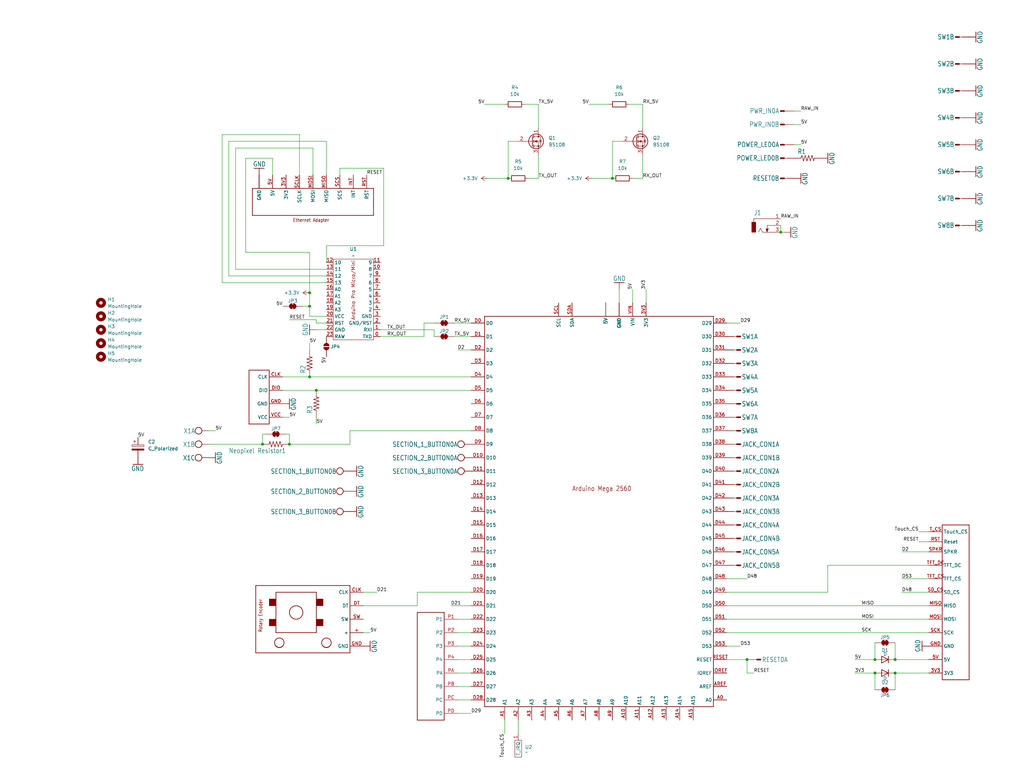
<source format=kicad_sch>
(kicad_sch (version 20231120) (generator "eeschema") (generator_version "8.0")
  (paper "User" 386.486 292.024)
  (junction (at 109.22 167.64))
  (junction (at 116.84 142.24))
  (junction (at 294.64 87.63))
  (junction (at 337.82 254))
  (junction (at 330.2 248.92))
  (junction (at 281.94 248.92))
  (junction (at 119.38 147.32))
  (junction (at 116.84 115.57))
  (junction (at 116.84 110.49))
  (junction (at 231.14 67.31))
  (junction (at 337.82 248.92))
  (junction (at 99.06 167.64))
  (junction (at 191.77 67.31))
  (junction (at 330.2 254))
  (wire (pts (xy 86.36 53.34) (xy 86.36 104.14)))
  (wire (pts (xy 100.33 163.83) (xy 99.06 163.83)))
  (wire (pts (xy 172.72 269.24) (xy 177.8 269.24)) (stroke (width 0.1524)))
  (wire (pts (xy 119.38 120.65) (xy 119.38 121.92)))
  (wire (pts (xy 238.76 114.3) (xy 238.76 109.22)) (stroke (width 0.1524)))
  (wire (pts (xy 137.16 238.76) (xy 139.7 238.76)) (stroke (width 0.1524)))
  (wire (pts (xy 160.02 121.92) (xy 163.83 121.92)))
  (wire (pts (xy 116.84 142.24) (xy 177.8 142.24)) (stroke (width 0.1524)))
  (wire (pts (xy 191.77 53.34) (xy 191.77 67.31)))
  (wire (pts (xy 350.52 218.44) (xy 340.36 218.44)) (stroke (width 0.1524)))
  (wire (pts (xy 274.32 228.6) (xy 350.52 228.6)) (stroke (width 0.1524)))
  (wire (pts (xy 346.71 200.66) (xy 350.52 200.66)))
  (wire (pts (xy 144.78 63.5) (xy 128.27 63.5)))
  (wire (pts (xy 88.9 101.6) (xy 88.9 55.88)))
  (wire (pts (xy 198.12 39.37) (xy 203.2 39.37)))
  (wire (pts (xy 137.16 223.52) (xy 142.24 223.52)) (stroke (width 0.1524)))
  (wire (pts (xy 143.51 124.46) (xy 163.83 124.46)))
  (wire (pts (xy 337.82 248.92) (xy 350.52 248.92)))
  (wire (pts (xy 99.06 163.83) (xy 99.06 167.64)))
  (wire (pts (xy 102.87 59.69) (xy 102.87 66.04)))
  (wire (pts (xy 119.38 121.92) (xy 123.19 121.92)))
  (wire (pts (xy 238.76 67.31) (xy 242.57 67.31)))
  (wire (pts (xy 144.78 92.71) (xy 144.78 63.5)))
  (wire (pts (xy 78.74 162.56) (xy 81.28 162.56)) (stroke (width 0.1524)))
  (wire (pts (xy 92.71 59.69) (xy 92.71 95.25)))
  (wire (pts (xy 346.71 204.47) (xy 350.52 204.47)))
  (wire (pts (xy 123.19 99.06) (xy 123.19 92.71)))
  (wire (pts (xy 350.52 208.28) (xy 340.36 208.28)) (stroke (width 0.1524)))
  (wire (pts (xy 86.36 104.14) (xy 123.19 104.14)))
  (wire (pts (xy 203.2 39.37) (xy 203.2 48.26)))
  (wire (pts (xy 274.32 121.92) (xy 279.4 121.92)) (stroke (width 0.1524)))
  (wire (pts (xy 203.2 58.42) (xy 203.2 67.31)))
  (wire (pts (xy 172.72 238.76) (xy 177.8 238.76)) (stroke (width 0.1524)))
  (wire (pts (xy 337.82 242.57) (xy 337.82 248.92)))
  (wire (pts (xy 322.58 248.92) (xy 330.2 248.92)) (stroke (width 0.1524)))
  (wire (pts (xy 128.27 63.5) (xy 128.27 66.04)))
  (wire (pts (xy 299.72 41.91) (xy 302.26 41.91)) (stroke (width 0.1524)))
  (wire (pts (xy 88.9 55.88) (xy 118.11 55.88)))
  (wire (pts (xy 123.19 53.34) (xy 86.36 53.34)))
  (wire (pts (xy 157.48 223.52) (xy 177.8 223.52)) (stroke (width 0.1524)))
  (wire (pts (xy 274.32 223.52) (xy 312.42 223.52)) (stroke (width 0.1524)))
  (wire (pts (xy 92.71 95.25) (xy 116.84 95.25)))
  (wire (pts (xy 119.38 124.46) (xy 123.19 124.46)))
  (wire (pts (xy 281.94 248.92) (xy 274.32 248.92)) (stroke (width 0.1524)))
  (wire (pts (xy 172.72 248.92) (xy 177.8 248.92)) (stroke (width 0.1524)))
  (wire (pts (xy 172.72 254) (xy 177.8 254)) (stroke (width 0.1524)))
  (wire (pts (xy 157.48 228.6) (xy 157.48 223.52)) (stroke (width 0.1524)))
  (wire (pts (xy 106.68 157.48) (xy 109.22 157.48)) (stroke (width 0.1524)))
  (wire (pts (xy 299.72 46.99) (xy 302.26 46.99)) (stroke (width 0.1524)))
  (wire (pts (xy 274.32 218.44) (xy 281.94 218.44)) (stroke (width 0.1524)))
  (wire (pts (xy 350.52 223.52) (xy 340.36 223.52)) (stroke (width 0.1524)))
  (wire (pts (xy 299.72 54.61) (xy 302.26 54.61)) (stroke (width 0.1524)))
  (wire (pts (xy 184.15 67.31) (xy 191.77 67.31)))
  (wire (pts (xy 109.22 167.64) (xy 132.08 167.64)))
  (wire (pts (xy 132.08 162.56) (xy 177.8 162.56)) (stroke (width 0.1524)))
  (wire (pts (xy 312.42 213.36) (xy 350.52 213.36)) (stroke (width 0.1524)))
  (wire (pts (xy 109.22 167.64) (xy 109.22 163.83)))
  (wire (pts (xy 163.83 127) (xy 163.83 124.46)))
  (wire (pts (xy 114.3 115.57) (xy 116.84 115.57)))
  (wire (pts (xy 294.64 85.09) (xy 294.64 87.63)))
  (wire (pts (xy 137.16 228.6) (xy 157.48 228.6)) (stroke (width 0.1524)))
  (wire (pts (xy 102.87 59.69) (xy 92.71 59.69)))
  (wire (pts (xy 237.49 39.37) (xy 242.57 39.37)))
  (wire (pts (xy 171.45 121.92) (xy 177.8 121.92)))
  (wire (pts (xy 119.38 157.48) (xy 119.38 160.02)) (stroke (width 0.1524)))
  (wire (pts (xy 172.72 264.16) (xy 177.8 264.16)) (stroke (width 0.1524)))
  (wire (pts (xy 143.51 127) (xy 160.02 127)))
  (wire (pts (xy 78.74 167.64) (xy 99.06 167.64)))
  (wire (pts (xy 199.39 67.31) (xy 203.2 67.31)))
  (wire (pts (xy 116.84 119.38) (xy 116.84 115.57)))
  (wire (pts (xy 116.84 110.49) (xy 116.84 115.57)))
  (wire (pts (xy 242.57 58.42) (xy 242.57 67.31)))
  (wire (pts (xy 123.19 92.71) (xy 144.78 92.71)))
  (wire (pts (xy 83.82 106.68) (xy 83.82 50.8)))
  (wire (pts (xy 172.72 259.08) (xy 177.8 259.08)) (stroke (width 0.1524)))
  (wire (pts (xy 243.84 114.3) (xy 243.84 109.22)) (stroke (width 0.1524)))
  (wire (pts (xy 337.82 254) (xy 337.82 260.35)))
  (wire (pts (xy 106.68 147.32) (xy 119.38 147.32)) (stroke (width 0.1524)))
  (wire (pts (xy 160.02 127) (xy 160.02 121.92)))
  (wire (pts (xy 172.72 233.68) (xy 177.8 233.68)) (stroke (width 0.1524)))
  (wire (pts (xy 234.95 53.34) (xy 231.14 53.34)))
  (wire (pts (xy 190.5 276.86) (xy 190.5 271.78)))
  (wire (pts (xy 274.32 238.76) (xy 350.52 238.76)) (stroke (width 0.1524)))
  (wire (pts (xy 195.58 53.34) (xy 191.77 53.34)))
  (wire (pts (xy 132.08 167.64) (xy 132.08 162.56)) (stroke (width 0.1524)))
  (wire (pts (xy 109.22 120.65) (xy 119.38 120.65)))
  (wire (pts (xy 330.2 254) (xy 330.2 260.35)))
  (wire (pts (xy 172.72 243.84) (xy 177.8 243.84)) (stroke (width 0.1524)))
  (wire (pts (xy 274.32 243.84) (xy 279.4 243.84)) (stroke (width 0.1524)))
  (wire (pts (xy 123.19 119.38) (xy 116.84 119.38)))
  (wire (pts (xy 222.25 39.37) (xy 229.87 39.37)))
  (wire (pts (xy 281.94 248.92) (xy 281.94 254)) (stroke (width 0.1524)))
  (wire (pts (xy 116.84 132.08) (xy 116.84 129.54)) (stroke (width 0.1524)))
  (wire (pts (xy 106.68 142.24) (xy 116.84 142.24)) (stroke (width 0.1524)))
  (wire (pts (xy 123.19 66.04) (xy 123.19 53.34)))
  (wire (pts (xy 123.19 106.68) (xy 83.82 106.68)))
  (wire (pts (xy 119.38 147.32) (xy 177.8 147.32)) (stroke (width 0.1524)))
  (wire (pts (xy 171.45 127) (xy 177.8 127)))
  (wire (pts (xy 116.84 95.25) (xy 116.84 110.49)))
  (wire (pts (xy 118.11 55.88) (xy 118.11 66.04)))
  (wire (pts (xy 330.2 242.57) (xy 330.2 248.92)))
  (wire (pts (xy 195.58 276.86) (xy 195.58 271.78)))
  (wire (pts (xy 123.19 101.6) (xy 88.9 101.6)))
  (wire (pts (xy 177.8 228.6) (xy 170.18 228.6)) (stroke (width 0.1524)))
  (wire (pts (xy 242.57 39.37) (xy 242.57 48.26)))
  (wire (pts (xy 274.32 233.68) (xy 350.52 233.68)) (stroke (width 0.1524)))
  (wire (pts (xy 231.14 53.34) (xy 231.14 67.31)))
  (wire (pts (xy 113.03 50.8) (xy 113.03 66.04)))
  (wire (pts (xy 281.94 254) (xy 284.48 254)) (stroke (width 0.1524)))
  (wire (pts (xy 177.8 132.08) (xy 172.72 132.08)) (stroke (width 0.1524)))
  (wire (pts (xy 109.22 163.83) (xy 107.95 163.83)))
  (wire (pts (xy 83.82 50.8) (xy 113.03 50.8)))
  (wire (pts (xy 337.82 254) (xy 350.52 254)))
  (wire (pts (xy 233.68 109.22) (xy 233.68 114.3)) (stroke (width 0.1524)))
  (wire (pts (xy 312.42 223.52) (xy 312.42 213.36)) (stroke (width 0.1524)))
  (wire (pts (xy 223.52 67.31) (xy 231.14 67.31)))
  (wire (pts (xy 330.2 254) (xy 322.58 254)) (stroke (width 0.1524)))
  (wire (pts (xy 295.91 87.63) (xy 294.64 87.63)))
  (wire (pts (xy 182.88 39.37) (xy 190.5 39.37)))
  (label "D29" (at 279.4 121.92 0) (effects (font (size 1.2446 1.2446))))
  (label "RESET" (at 346.71 204.47 180) (effects (font (size 1.2446 1.2446))))
  (label "5V" (at 139.7 238.76 0) (effects (font (size 1.2446 1.2446))))
  (label "3V3" (at 322.58 254 0) (effects (font (size 1.2446 1.2446))))
  (label "Touch_CS" (at 346.71 200.66 180))
  (label "RAW_IN" (at 302.26 41.91 0) (effects (font (size 1.2446 1.2446))))
  (label "MISO" (at 325.12 228.6 0) (effects (font (size 1.2446 1.2446))))
  (label "5V" (at 106.68 115.57 180) (effects (font (size 1.2446 1.2446))))
  (label "RX_OUT" (at 146.05 127 0))
  (label "D2" (at 172.72 132.08 0) (effects (font (size 1.2446 1.2446))))
  (label "RX_5V" (at 242.57 39.37 0))
  (label "D48" (at 340.36 223.52 0) (effects (font (size 1.2446 1.2446))))
  (label "D29" (at 177.8 269.24 0) (effects (font (size 1.2446 1.2446))))
  (label "5V" (at 222.25 39.37 180) (effects (font (size 1.2446 1.2446))))
  (label "RESET" (at 138.43 66.04 0) (effects (font (size 1.2446 1.2446))))
  (label "Touch_CS" (at 190.5 276.86 270))
  (label "RX_OUT" (at 242.57 67.31 0))
  (label "RAW_IN" (at 294.64 82.55 0) (effects (font (size 1.2446 1.2446))))
  (label "5V" (at 109.22 157.48 0) (effects (font (size 1.2446 1.2446))))
  (label "RESET" (at 109.22 120.65 0) (effects (font (size 1.2446 1.2446))))
  (label "D53" (at 279.4 243.84 0) (effects (font (size 1.2446 1.2446))))
  (label "5V" (at 322.58 248.92 0) (effects (font (size 1.2446 1.2446))))
  (label "D21" (at 142.24 223.52 0) (effects (font (size 1.2446 1.2446))))
  (label "TX_OUT" (at 203.2 67.31 0))
  (label "D53" (at 340.36 218.44 0) (effects (font (size 1.2446 1.2446))))
  (label "D21" (at 170.18 228.6 0) (effects (font (size 1.2446 1.2446))))
  (label "D48" (at 281.94 218.44 0) (effects (font (size 1.2446 1.2446))))
  (label "TX_5V" (at 203.2 39.37 0))
  (label "3V3" (at 243.84 109.22 90) (effects (font (size 1.2446 1.2446))))
  (label "5V" (at 302.26 54.61 0) (effects (font (size 1.2446 1.2446))))
  (label "5V" (at 119.38 160.02 0) (effects (font (size 1.2446 1.2446))))
  (label "D2" (at 340.36 208.28 0) (effects (font (size 1.2446 1.2446))))
  (label "RX_5V" (at 171.45 121.92 0))
  (label "5V" (at 52.07 165.1 0) (effects (font (size 1.2446 1.2446))))
  (label "5V" (at 116.84 129.54 0) (effects (font (size 1.2446 1.2446))))
  (label "5V" (at 182.88 39.37 180) (effects (font (size 1.2446 1.2446))))
  (label "5V" (at 238.76 109.22 90) (effects (font (size 1.2446 1.2446))))
  (label "TX_OUT" (at 146.05 124.46 0))
  (label "5V" (at 123.19 134.62 270) (effects (font (size 1.2446 1.2446))))
  (label "RESET" (at 284.48 254 0) (effects (font (size 1.2446 1.2446))))
  (label "SCK" (at 325.12 238.76 0) (effects (font (size 1.2446 1.2446))))
  (label "5V" (at 81.28 162.56 0) (effects (font (size 1.2446 1.2446))))
  (label "TX_5V" (at 171.45 127 0))
  (label "MOSI" (at 325.12 233.68 0) (effects (font (size 1.2446 1.2446))))
  (label "5V" (at 302.26 46.99 0) (effects (font (size 1.2446 1.2446))))
  (symbol (lib_id "Jumper:SolderJumper_2_Bridged") (at 110.49 115.57 0) (unit 1) (exclude_from_sim yes) (in_bom no)
    (property "Reference" "JP3" (at 110.49 113.538 0))
    (property "Value" "SolderJumper_2_Bridged" (effects (hide yes)))
    (property "Footprint" "Jumper:SolderJumper-2_P1.3mm_Bridged_RoundedPad1.0x1.5mm" (effects (hide yes)))
    (property "Description" "Solder Jumper, 2-pole, closed/bridged" (effects (hide yes)))
  )
  (symbol (lib_id "main-eagle-import:L02P") (at 279.4 137.16 180) (unit 1)
    (property "Reference" "SW3" (at 279.908 138.176 0) (effects (font (size 1.778 1.5113)) (justify right top)))
    (property "Value" "L02P" (effects (hide yes)))
    (property "Footprint" "Connector_JST:JST_EH_B2B-EH-A_1x02_P2.50mm_Vertical" (effects (hide yes)))
  )
  (symbol (lib_id "main-eagle-import:L02P") (at 279.4 208.28 180) (unit 1)
    (property "Reference" "JACK_CON5" (at 279.908 209.296 0) (effects (font (size 1.778 1.5113)) (justify right top)))
    (property "Value" "L02P" (effects (hide yes)))
    (property "Footprint" "Connector_JST:JST_EH_B2B-EH-A_1x02_P2.50mm_Vertical" (effects (hide yes)))
  )
  (symbol (lib_id "main-eagle-import:GND") (at 368.3 13.97 90) (unit 1)
    (property "Reference" "#GND012" (effects (hide yes)))
    (property "Value" "GND" (at 370.84 16.51 0) (effects (font (size 1.778 1.5113)) (justify left bottom)))
  )
  (symbol (lib_id "main-eagle-import:L02P") (at 294.64 46.99 0) (unit 2)
    (property "Reference" "PWR_IN0" (at 294.132 45.974 0) (effects (font (size 1.778 1.5113)) (justify right top)))
    (property "Value" "L02P" (effects (hide yes)))
    (property "Footprint" "Connector_JST:JST_EH_B2B-EH-A_1x02_P2.50mm_Vertical" (effects (hide yes)))
  )
  (symbol (lib_id "main-eagle-import:DCJ0303") (at 287.02 85.09 0) (unit 1)
    (property "Reference" "J1" (at 284.48 81.28 0) (effects (font (size 1.778 1.5113)) (justify left bottom)))
    (property "Value" "DCJ0303" (effects (hide yes)))
    (property "Footprint" "Connector_BarrelJack:BarrelJack_Horizontal" (effects (hide yes)))
  )
  (symbol (lib_id "main-eagle-import:L02P") (at 294.64 59.69 0) (unit 2)
    (property "Reference" "POWER_LED0" (at 294.132 58.674 0) (effects (font (size 1.778 1.5113)) (justify right top)))
    (property "Value" "L02P" (effects (hide yes)))
    (property "Footprint" "Connector_JST:JST_EH_B2B-EH-A_1x02_P2.50mm_Vertical" (effects (hide yes)))
  )
  (symbol (lib_id "Device:R") (at 194.31 39.37 270) (unit 1)
    (property "Reference" "R4" (at 194.31 33.02 90))
    (property "Value" "10k" (at 194.31 35.56 90))
    (property "Footprint" "Resistor_THT:R_Axial_DIN0204_L3.6mm_D1.6mm_P7.62mm_Horizontal" (effects (hide yes)))
    (property "Description" "Resistor" (effects (hide yes)))
  )
  (symbol (lib_id "main-eagle-import:GND") (at 368.3 85.09 90) (unit 1)
    (property "Reference" "#GND05" (effects (hide yes)))
    (property "Value" "GND" (at 370.84 87.63 0) (effects (font (size 1.778 1.5113)) (justify left bottom)))
  )
  (symbol (lib_id "main-eagle-import:L02P") (at 279.4 132.08 180) (unit 1)
    (property "Reference" "SW2" (at 279.908 133.096 0) (effects (font (size 1.778 1.5113)) (justify right top)))
    (property "Value" "L02P" (effects (hide yes)))
    (property "Footprint" "Connector_JST:JST_EH_B2B-EH-A_1x02_P2.50mm_Vertical" (effects (hide yes)))
  )
  (symbol (lib_id "main-eagle-import:L02P") (at 360.68 34.29 0) (unit 2)
    (property "Reference" "SW3" (at 360.172 33.274 0) (effects (font (size 1.778 1.5113)) (justify right top)))
    (property "Value" "L02P" (effects (hide yes)))
    (property "Footprint" "Connector_JST:JST_EH_B2B-EH-A_1x02_P2.50mm_Vertical" (effects (hide yes)))
  )
  (symbol (lib_id "Device:R") (at 233.68 39.37 270) (unit 1)
    (property "Reference" "R6" (at 233.68 33.02 90))
    (property "Value" "10k" (at 233.68 35.56 90))
    (property "Footprint" "Resistor_THT:R_Axial_DIN0204_L3.6mm_D1.6mm_P7.62mm_Horizontal" (effects (hide yes)))
    (property "Description" "Resistor" (effects (hide yes)))
  )
  (symbol (lib_id "main-eagle-import:L02P") (at 279.4 198.12 180) (unit 1)
    (property "Reference" "JACK_CON4" (at 279.908 199.136 0) (effects (font (size 1.778 1.5113)) (justify right top)))
    (property "Value" "L02P" (effects (hide yes)))
    (property "Footprint" "Connector_JST:JST_EH_B2B-EH-A_1x02_P2.50mm_Vertical" (effects (hide yes)))
  )
  (symbol (lib_id "main-eagle-import:L02P") (at 279.4 187.96 180) (unit 1)
    (property "Reference" "JACK_CON3" (at 279.908 188.976 0) (effects (font (size 1.778 1.5113)) (justify right top)))
    (property "Value" "L02P" (effects (hide yes)))
    (property "Footprint" "Connector_JST:JST_EH_B2B-EH-A_1x02_P2.50mm_Vertical" (effects (hide yes)))
  )
  (symbol (lib_id "power:+3.3V") (at 223.52 67.31 90) (unit 1)
    (property "Reference" "#PWR04" (effects (hide yes)))
    (property "Value" "+3.3V" (at 219.71 67.3099 90) (effects (justify left)))
    (property "Description" "Power symbol creates a global label with name \"+3.3V\"" (effects (hide yes)))
  )
  (symbol (lib_id "Device:R") (at 195.58 67.31 270) (unit 1)
    (property "Reference" "R5" (at 195.58 60.96 90))
    (property "Value" "10k" (at 195.58 63.5 90))
    (property "Footprint" "Resistor_THT:R_Axial_DIN0204_L3.6mm_D1.6mm_P7.62mm_Horizontal" (effects (hide yes)))
    (property "Description" "Resistor" (effects (hide yes)))
  )
  (symbol (lib_id "main-eagle-import:GND") (at 302.26 67.31 90) (unit 1)
    (property "Reference" "#GND02" (effects (hide yes)))
    (property "Value" "GND" (at 304.8 69.85 0) (effects (font (size 1.778 1.5113)) (justify left bottom)))
  )
  (symbol (lib_id "main-eagle-import:FLIPFLOP-RES") (at 104.14 167.64 180) (unit 1)
    (property "Reference" "Neopixel Resistor1" (at 107.95 169.1386 0) (effects (font (size 1.778 1.5113)) (justify left bottom)))
    (property "Value" "350 ohm" (effects (hide yes)))
    (property "Footprint" "Resistor_THT:R_Axial_DIN0204_L3.6mm_D1.6mm_P7.62mm_Horizontal" (effects (hide yes)))
  )
  (symbol (lib_id "main-eagle-import:7_SEG_DISPLAY") (at 99.06 149.86 270) (unit 1)
    (property "Reference" "U$2" (effects (hide yes)))
    (property "Value" "7_SEG_DISPLAY" (effects (hide yes)))
    (property "Footprint" "main:7_SEG_DISPLAY" (effects (hide yes)))
  )
  (symbol (lib_id "main-eagle-import:W237-102") (at 172.72 167.64 0) (unit 1)
    (property "Reference" "SECTION_1_BUTTON0" (at 172.72 166.751 0) (effects (font (size 1.778 1.5113)) (justify right top)))
    (property "Value" "W237-102" (effects (hide yes)))
    (property "Footprint" "Connector_JST:JST_EH_B2B-EH-A_1x02_P2.50mm_Vertical" (effects (hide yes)))
  )
  (symbol (lib_id "Subsystem Main Extra Symbols:T_irq") (at 195.58 279.4 270) (unit 1)
    (property "Reference" "U2" (at 198.12 281.9399 90) (effects (justify left)))
    (property "Value" "~" (at 198.12 283.845 90) (effects (justify left)))
    (property "Footprint" "Subsystem Main Extra Symbols:T_IRQ" (effects (hide yes)))
  )
  (symbol (lib_id "main-eagle-import:GND") (at 52.07 175.26 0) (unit 1)
    (property "Reference" "#GND022" (effects (hide yes)))
    (property "Value" "GND" (at 49.53 177.8 0) (effects (font (size 1.778 1.5113)) (justify left bottom)))
  )
  (symbol (lib_id "main-eagle-import:L02P") (at 360.68 74.93 0) (unit 2)
    (property "Reference" "SW7" (at 360.172 73.914 0) (effects (font (size 1.778 1.5113)) (justify right top)))
    (property "Value" "L02P" (effects (hide yes)))
    (property "Footprint" "Connector_JST:JST_EH_B2B-EH-A_1x02_P2.50mm_Vertical" (effects (hide yes)))
  )
  (symbol (lib_id "Jumper:SolderJumper_2_Bridged") (at 334.01 260.35 180) (unit 1) (exclude_from_sim yes) (in_bom no)
    (property "Reference" "JP6" (at 334.01 262.382 0))
    (property "Value" "SolderJumper_2_Bridged" (effects (hide yes)))
    (property "Footprint" "Jumper:SolderJumper-2_P1.3mm_Bridged_RoundedPad1.0x1.5mm" (effects (hide yes)))
    (property "Description" "Solder Jumper, 2-pole, closed/bridged" (effects (hide yes)))
  )
  (symbol (lib_id "main-eagle-import:W237-102") (at 172.72 172.72 0) (unit 1)
    (property "Reference" "SECTION_2_BUTTON0" (at 172.72 171.831 0) (effects (font (size 1.778 1.5113)) (justify right top)))
    (property "Value" "W237-102" (effects (hide yes)))
    (property "Footprint" "Connector_JST:JST_EH_B2B-EH-A_1x02_P2.50mm_Vertical" (effects (hide yes)))
  )
  (symbol (lib_id "main-eagle-import:ETHERNET_ADAPTER") (at 118.11 76.2 0) (unit 1)
    (property "Reference" "11" (effects (hide yes)))
    (property "Footprint" "main:ETHERNET_ADAPTER" (effects (hide yes)))
  )
  (symbol (lib_id "main-eagle-import:L02P") (at 279.4 167.64 180) (unit 1)
    (property "Reference" "JACK_CON1" (at 279.908 168.656 0) (effects (font (size 1.778 1.5113)) (justify right top)))
    (property "Value" "L02P" (effects (hide yes)))
    (property "Footprint" "Connector_JST:JST_EH_B2B-EH-A_1x02_P2.50mm_Vertical" (effects (hide yes)))
  )
  (symbol (lib_id "main-eagle-import:L02P") (at 360.68 44.45 0) (unit 2)
    (property "Reference" "SW4" (at 360.172 43.434 0) (effects (font (size 1.778 1.5113)) (justify right top)))
    (property "Value" "L02P" (effects (hide yes)))
    (property "Footprint" "Connector_JST:JST_EH_B2B-EH-A_1x02_P2.50mm_Vertical" (effects (hide yes)))
  )
  (symbol (lib_id "Jumper:SolderJumper_2_Bridged") (at 334.01 242.57 0) (unit 1) (exclude_from_sim yes) (in_bom no)
    (property "Reference" "JP5" (at 334.01 240.538 0))
    (property "Value" "SolderJumper_2_Bridged" (effects (hide yes)))
    (property "Footprint" "Jumper:SolderJumper-2_P1.3mm_Bridged_RoundedPad1.0x1.5mm" (effects (hide yes)))
    (property "Description" "Solder Jumper, 2-pole, closed/bridged" (effects (hide yes)))
  )
  (symbol (lib_id "Subsystem Main Extra Symbols:Arduino_pro_Micro/Mini") (at 133.35 113.03 180) (unit 1)
    (property "Reference" "U1" (at 133.35 93.98 0))
    (property "Value" "~" (at 133.35 96.52 0))
    (property "Footprint" "Subsystem Main Extra Symbols:Arduino Pro Micro (Mini)" (effects (hide yes)))
  )
  (symbol (lib_id "main-eagle-import:GND") (at 116.84 124.46 270) (unit 1)
    (property "Reference" "#GND020" (effects (hide yes)))
    (property "Value" "GND" (at 114.3 121.92 0) (effects (font (size 1.778 1.5113)) (justify left bottom)))
  )
  (symbol (lib_id "Transistor_FET:BS108") (at 200.66 53.34 0) (unit 1)
    (property "Reference" "Q1" (at 207.01 52.0699 0) (effects (justify left)))
    (property "Value" "BS108" (at 207.01 54.6099 0) (effects (justify left)))
    (property "Footprint" "Package_TO_SOT_THT:TO-92_Inline" (effects (hide yes)))
    (property "Datasheet" "http://www.redrok.com/MOSFET_BS108_200V_250mA_8O_Vth1.5_TO-92.PDF" (effects (hide yes)))
    (property "Description" "0.25A Id, 200V Vds, N-Channel MOSFET, TO-92" (effects (hide yes)))
  )
  (symbol (lib_id "Transistor_FET:BS108") (at 240.03 53.34 0) (unit 1)
    (property "Reference" "Q2" (at 246.38 52.0699 0) (effects (justify left)))
    (property "Value" "BS108" (at 246.38 54.6099 0) (effects (justify left)))
    (property "Footprint" "Package_TO_SOT_THT:TO-92_Inline" (effects (hide yes)))
    (property "Datasheet" "http://www.redrok.com/MOSFET_BS108_200V_250mA_8O_Vth1.5_TO-92.PDF" (effects (hide yes)))
    (property "Description" "0.25A Id, 200V Vds, N-Channel MOSFET, TO-92" (effects (hide yes)))
  )
  (symbol (lib_id "main-eagle-import:GND") (at 298.45 87.63 90) (unit 1)
    (property "Reference" "#GND04" (effects (hide yes)))
    (property "Value" "GND" (at 300.99 90.17 0) (effects (font (size 1.778 1.5113)) (justify left bottom)))
  )
  (symbol (lib_id "main-eagle-import:L02P") (at 279.4 203.2 180) (unit 2)
    (property "Reference" "JACK_CON4" (at 279.908 204.216 0) (effects (font (size 1.778 1.5113)) (justify right top)))
    (property "Value" "L02P" (effects (hide yes)))
    (property "Footprint" "Connector_JST:JST_EH_B2B-EH-A_1x02_P2.50mm_Vertical" (effects (hide yes)))
  )
  (symbol (lib_id "main-eagle-import:GND") (at 134.62 177.8 90) (unit 1)
    (property "Reference" "#GND017" (effects (hide yes)))
    (property "Value" "GND" (at 137.16 180.34 0) (effects (font (size 1.778 1.5113)) (justify left bottom)))
  )
  (symbol (lib_id "main-eagle-import:L02P") (at 294.64 67.31 0) (unit 2)
    (property "Reference" "RESET0" (at 294.132 66.294 0) (effects (font (size 1.778 1.5113)) (justify right top)))
    (property "Value" "L02P" (effects (hide yes)))
    (property "Footprint" "Connector_JST:JST_EH_B2B-EH-A_1x02_P2.50mm_Vertical" (effects (hide yes)))
  )
  (symbol (lib_id "main-eagle-import:GND") (at 368.3 24.13 90) (unit 1)
    (property "Reference" "#GND011" (effects (hide yes)))
    (property "Value" "GND" (at 370.84 26.67 0) (effects (font (size 1.778 1.5113)) (justify left bottom)))
  )
  (symbol (lib_id "main-eagle-import:ROTARY_ENCODER") (at 114.3 233.68 270) (unit 1)
    (property "Reference" "U$5" (effects (hide yes)))
    (property "Value" "ROTARY_ENCODER" (effects (hide yes)))
    (property "Footprint" "main:ROTARY_ENCODER" (effects (hide yes)))
  )
  (symbol (lib_id "main-eagle-import:FLIPFLOP-RES") (at 119.38 152.4 90) (unit 1)
    (property "Reference" "R3" (at 117.8814 156.21 0) (effects (font (size 1.778 1.5113)) (justify left bottom)))
    (property "Value" "10k" (effects (hide yes)))
    (property "Footprint" "Resistor_THT:R_Axial_DIN0204_L3.6mm_D1.6mm_P7.62mm_Horizontal" (effects (hide yes)))
  )
  (symbol (lib_id "main-eagle-import:FLIPFLOP-RES") (at 304.8 59.69 0) (unit 1)
    (property "Reference" "R1" (at 300.99 58.1914 0) (effects (font (size 1.778 1.5113)) (justify left bottom)))
    (property "Value" "220 ohm" (effects (hide yes)))
    (property "Footprint" "Resistor_THT:R_Axial_DIN0204_L3.6mm_D1.6mm_P7.62mm_Horizontal" (effects (hide yes)))
  )
  (symbol (lib_id "main-eagle-import:L02P") (at 360.68 85.09 0) (unit 2)
    (property "Reference" "SW8" (at 360.172 84.074 0) (effects (font (size 1.778 1.5113)) (justify right top)))
    (property "Value" "L02P" (effects (hide yes)))
    (property "Footprint" "Connector_JST:JST_EH_B2B-EH-A_1x02_P2.50mm_Vertical" (effects (hide yes)))
  )
  (symbol (lib_id "main-eagle-import:L02P") (at 279.4 147.32 180) (unit 1)
    (property "Reference" "SW5" (at 279.908 148.336 0) (effects (font (size 1.778 1.5113)) (justify right top)))
    (property "Value" "L02P" (effects (hide yes)))
    (property "Footprint" "Connector_JST:JST_EH_B2B-EH-A_1x02_P2.50mm_Vertical" (effects (hide yes)))
  )
  (symbol (lib_id "Subsystem Main Extra Symbols:SPI_HEADER_WITH_RESET") (at 360.68 226.06 90) (unit 1)
    (property "Reference" "C1" (effects (hide yes)))
    (property "Footprint" "Subsystem Main Extra Symbols:SPI_HEADER_RIBBON_CONNECTOR_V2" (effects (hide yes)))
  )
  (symbol (lib_id "main-eagle-import:L02P") (at 279.4 182.88 180) (unit 2)
    (property "Reference" "JACK_CON2" (at 279.908 183.896 0) (effects (font (size 1.778 1.5113)) (justify right top)))
    (property "Value" "L02P" (effects (hide yes)))
    (property "Footprint" "Connector_JST:JST_EH_B2B-EH-A_1x02_P2.50mm_Vertical" (effects (hide yes)))
  )
  (symbol (lib_id "Device:C_Polarized") (at 52.07 168.91 0) (unit 1)
    (property "Reference" "C2" (at 55.88 166.7509 0) (effects (justify left)))
    (property "Value" "C_Polarized" (at 55.88 169.2909 0) (effects (justify left)))
    (property "Footprint" "Capacitor_THT:CP_Radial_D10.0mm_P2.50mm_P5.00mm" (effects (hide yes)))
    (property "Description" "Polarized capacitor" (effects (hide yes)))
  )
  (symbol (lib_id "power:+3.3V") (at 184.15 67.31 90) (unit 1)
    (property "Reference" "#PWR02" (effects (hide yes)))
    (property "Value" "+3.3V" (at 180.34 67.3099 90) (effects (justify left)))
    (property "Description" "Power symbol creates a global label with name \"+3.3V\"" (effects (hide yes)))
  )
  (symbol (lib_id "main-eagle-import:W237-103") (at 73.66 162.56 0) (unit 1)
    (property "Reference" "X1" (at 73.66 161.671 0) (effects (font (size 1.778 1.5113)) (justify right top)))
    (property "Value" "W237-103" (effects (hide yes)))
    (property "Footprint" "TerminalBlock:TerminalBlock_bornier-3_P5.08mm" (effects (hide yes)))
  )
  (symbol (lib_id "main-eagle-import:GND") (at 347.98 243.84 270) (unit 1)
    (property "Reference" "#GND014" (effects (hide yes)))
    (property "Value" "GND" (at 345.44 241.3 0) (effects (font (size 1.778 1.5113)) (justify left bottom)))
  )
  (symbol (lib_id "main-eagle-import:L02P") (at 279.4 157.48 180) (unit 1)
    (property "Reference" "SW7" (at 279.908 158.496 0) (effects (font (size 1.778 1.5113)) (justify right top)))
    (property "Value" "L02P" (effects (hide yes)))
    (property "Footprint" "Connector_JST:JST_EH_B2B-EH-A_1x02_P2.50mm_Vertical" (effects (hide yes)))
  )
  (symbol (lib_id "main-eagle-import:L02P") (at 360.68 64.77 0) (unit 2)
    (property "Reference" "SW6" (at 360.172 63.754 0) (effects (font (size 1.778 1.5113)) (justify right top)))
    (property "Value" "L02P" (effects (hide yes)))
    (property "Footprint" "Connector_JST:JST_EH_B2B-EH-A_1x02_P2.50mm_Vertical" (effects (hide yes)))
  )
  (symbol (lib_id "main-eagle-import:GND") (at 233.68 106.68 180) (unit 1)
    (property "Reference" "#GND01" (effects (hide yes)))
    (property "Value" "GND" (at 236.22 104.14 0) (effects (font (size 1.778 1.5113)) (justify left bottom)))
  )
  (symbol (lib_id "main-eagle-import:W237-102") (at 127 177.8 0) (unit 2)
    (property "Reference" "SECTION_1_BUTTON0" (at 127 176.911 0) (effects (font (size 1.778 1.5113)) (justify right top)))
    (property "Value" "W237-102" (effects (hide yes)))
    (property "Footprint" "Connector_JST:JST_EH_B2B-EH-A_1x02_P2.50mm_Vertical" (effects (hide yes)))
  )
  (symbol (lib_id "Device:D") (at 334.01 254 180) (unit 1)
    (property "Reference" "D2" (at 334.01 257.556 0))
    (property "Value" "D" (at 334.01 256.032 0))
    (property "Footprint" "Diode_THT:D_DO-15_P10.16mm_Horizontal" (effects (hide yes)))
    (property "Description" "Diode" (effects (hide yes)))
    (property "Sim.Device" "D" (effects (hide yes)))
    (property "Sim.Pins" "1=K 2=A" (effects (hide yes)))
  )
  (symbol (lib_id "main-eagle-import:L02P") (at 279.4 162.56 180) (unit 1)
    (property "Reference" "SW8" (at 279.908 163.576 0) (effects (font (size 1.778 1.5113)) (justify right top)))
    (property "Value" "L02P" (effects (hide yes)))
    (property "Footprint" "Connector_JST:JST_EH_B2B-EH-A_1x02_P2.50mm_Vertical" (effects (hide yes)))
  )
  (symbol (lib_id "main-eagle-import:GND") (at 134.62 185.42 90) (unit 1)
    (property "Reference" "#GND018" (effects (hide yes)))
    (property "Value" "GND" (at 137.16 187.96 0) (effects (font (size 1.778 1.5113)) (justify left bottom)))
  )
  (symbol (lib_id "main-eagle-import:GND") (at 139.7 243.84 90) (unit 1)
    (property "Reference" "#GND015" (effects (hide yes)))
    (property "Value" "GND" (at 142.24 246.38 0) (effects (font (size 1.778 1.5113)) (justify left bottom)))
  )
  (symbol (lib_id "main-eagle-import:L02P") (at 279.4 213.36 180) (unit 2)
    (property "Reference" "JACK_CON5" (at 279.908 214.376 0) (effects (font (size 1.778 1.5113)) (justify right top)))
    (property "Value" "L02P" (effects (hide yes)))
    (property "Footprint" "Connector_JST:JST_EH_B2B-EH-A_1x02_P2.50mm_Vertical" (effects (hide yes)))
  )
  (symbol (lib_id "Mechanical:MountingHole") (at 38.1 114.3 0) (unit 1) (exclude_from_sim yes) (in_bom no)
    (property "Reference" "H1" (at 40.64 113.0299 0) (effects (justify left)))
    (property "Value" "MountingHole" (at 40.64 115.5699 0) (effects (justify left)))
    (property "Footprint" "MountingHole:MountingHole_3.2mm_M3" (effects (hide yes)))
    (property "Description" "Mounting Hole without connection" (effects (hide yes)))
  )
  (symbol (lib_id "main-eagle-import:L02P") (at 279.4 152.4 180) (unit 1)
    (property "Reference" "SW6" (at 279.908 153.416 0) (effects (font (size 1.778 1.5113)) (justify right top)))
    (property "Value" "L02P" (effects (hide yes)))
    (property "Footprint" "Connector_JST:JST_EH_B2B-EH-A_1x02_P2.50mm_Vertical" (effects (hide yes)))
  )
  (symbol (lib_id "main-eagle-import:L02P") (at 287.02 248.92 180) (unit 1)
    (property "Reference" "RESET0" (at 287.528 249.936 0) (effects (font (size 1.778 1.5113)) (justify right top)))
    (property "Value" "L02P" (effects (hide yes)))
    (property "Footprint" "Connector_JST:JST_EH_B2B-EH-A_1x02_P2.50mm_Vertical" (effects (hide yes)))
  )
  (symbol (lib_id "main-eagle-import:GND") (at 368.3 64.77 90) (unit 1)
    (property "Reference" "#GND07" (effects (hide yes)))
    (property "Value" "GND" (at 370.84 67.31 0) (effects (font (size 1.778 1.5113)) (justify left bottom)))
  )
  (symbol (lib_id "main-eagle-import:L02P") (at 279.4 177.8 180) (unit 1)
    (property "Reference" "JACK_CON2" (at 279.908 178.816 0) (effects (font (size 1.778 1.5113)) (justify right top)))
    (property "Value" "L02P" (effects (hide yes)))
    (property "Footprint" "Connector_JST:JST_EH_B2B-EH-A_1x02_P2.50mm_Vertical" (effects (hide yes)))
  )
  (symbol (lib_id "main-eagle-import:GND") (at 368.3 74.93 90) (unit 1)
    (property "Reference" "#GND06" (effects (hide yes)))
    (property "Value" "GND" (at 370.84 77.47 0) (effects (font (size 1.778 1.5113)) (justify left bottom)))
  )
  (symbol (lib_id "main-eagle-import:W237-102") (at 127 193.04 0) (unit 2)
    (property "Reference" "SECTION_3_BUTTON0" (at 127 192.151 0) (effects (font (size 1.778 1.5113)) (justify right top)))
    (property "Value" "W237-102" (effects (hide yes)))
    (property "Footprint" "Connector_JST:JST_EH_B2B-EH-A_1x02_P2.50mm_Vertical" (effects (hide yes)))
  )
  (symbol (lib_id "main-eagle-import:L02P") (at 279.4 193.04 180) (unit 2)
    (property "Reference" "JACK_CON3" (at 279.908 194.056 0) (effects (font (size 1.778 1.5113)) (justify right top)))
    (property "Value" "L02P" (effects (hide yes)))
    (property "Footprint" "Connector_JST:JST_EH_B2B-EH-A_1x02_P2.50mm_Vertical" (effects (hide yes)))
  )
  (symbol (lib_id "main-eagle-import:GND") (at 81.28 172.72 90) (unit 1)
    (property "Reference" "#GND016" (effects (hide yes)))
    (property "Value" "GND" (at 83.82 175.26 0) (effects (font (size 1.778 1.5113)) (justify left bottom)))
  )
  (symbol (lib_id "Jumper:SolderJumper_2_Bridged") (at 104.14 163.83 0) (unit 1) (exclude_from_sim yes) (in_bom no)
    (property "Reference" "JP7" (at 104.14 161.798 0))
    (property "Value" "SolderJumper_2_Bridged" (effects (hide yes)))
    (property "Footprint" "Jumper:SolderJumper-2_P1.3mm_Bridged_RoundedPad1.0x1.5mm" (effects (hide yes)))
    (property "Description" "Solder Jumper, 2-pole, closed/bridged" (effects (hide yes)))
  )
  (symbol (lib_id "main-eagle-import:GND") (at 368.3 34.29 90) (unit 1)
    (property "Reference" "#GND010" (effects (hide yes)))
    (property "Value" "GND" (at 370.84 36.83 0) (effects (font (size 1.778 1.5113)) (justify left bottom)))
  )
  (symbol (lib_id "main-eagle-import:W237-103") (at 73.66 172.72 0) (unit 3)
    (property "Reference" "X1" (at 73.66 171.831 0) (effects (font (size 1.778 1.5113)) (justify right top)))
    (property "Value" "W237-103" (effects (hide yes)))
    (property "Footprint" "TerminalBlock:TerminalBlock_bornier-3_P5.08mm" (effects (hide yes)))
  )
  (symbol (lib_id "main-eagle-import:L02P") (at 294.64 41.91 0) (unit 1)
    (property "Reference" "PWR_IN0" (at 294.132 40.894 0) (effects (font (size 1.778 1.5113)) (justify right top)))
    (property "Value" "L02P" (effects (hide yes)))
    (property "Footprint" "Connector_JST:JST_EH_B2B-EH-A_1x02_P2.50mm_Vertical" (effects (hide yes)))
  )
  (symbol (lib_id "main-eagle-import:L02P") (at 360.68 13.97 0) (unit 2)
    (property "Reference" "SW1" (at 360.172 12.954 0) (effects (font (size 1.778 1.5113)) (justify right top)))
    (property "Value" "L02P" (effects (hide yes)))
    (property "Footprint" "Connector_JST:JST_EH_B2B-EH-A_1x02_P2.50mm_Vertical" (effects (hide yes)))
  )
  (symbol (lib_id "main-eagle-import:FLIPFLOP-RES") (at 116.84 137.16 90) (unit 1)
    (property "Reference" "R2" (at 115.3414 140.97 0) (effects (font (size 1.778 1.5113)) (justify left bottom)))
    (property "Value" "10K" (effects (hide yes)))
    (property "Footprint" "Resistor_THT:R_Axial_DIN0204_L3.6mm_D1.6mm_P7.62mm_Horizontal" (effects (hide yes)))
  )
  (symbol (lib_id "main-eagle-import:GND") (at 97.79 63.5 180) (unit 1)
    (property "Reference" "#GND021" (effects (hide yes)))
    (property "Value" "GND" (at 100.33 60.96 0) (effects (font (size 1.778 1.5113)) (justify left bottom)))
  )
  (symbol (lib_id "main-eagle-import:GND") (at 109.22 152.4 90) (unit 1)
    (property "Reference" "#GND013" (effects (hide yes)))
    (property "Value" "GND" (at 111.76 154.94 0) (effects (font (size 1.778 1.5113)) (justify left bottom)))
  )
  (symbol (lib_id "main-eagle-import:L02P") (at 360.68 24.13 0) (unit 2)
    (property "Reference" "SW2" (at 360.172 23.114 0) (effects (font (size 1.778 1.5113)) (justify right top)))
    (property "Value" "L02P" (effects (hide yes)))
    (property "Footprint" "Connector_JST:JST_EH_B2B-EH-A_1x02_P2.50mm_Vertical" (effects (hide yes)))
  )
  (symbol (lib_id "main-eagle-import:GND") (at 368.3 44.45 90) (unit 1)
    (property "Reference" "#GND09" (effects (hide yes)))
    (property "Value" "GND" (at 370.84 46.99 0) (effects (font (size 1.778 1.5113)) (justify left bottom)))
  )
  (symbol (lib_id "Jumper:SolderJumper_2_Open") (at 123.19 130.81 90) (unit 1) (exclude_from_sim yes) (in_bom no)
    (property "Reference" "JP4" (at 124.714 130.81 90) (effects (justify right)))
    (property "Value" "SolderJumper_2_Open" (effects (hide yes)))
    (property "Footprint" "Jumper:SolderJumper-2_P1.3mm_Open_TrianglePad1.0x1.5mm" (effects (hide yes)))
    (property "Description" "Solder Jumper, 2-pole, open" (effects (hide yes)))
  )
  (symbol (lib_id "main-eagle-import:L02P") (at 279.4 172.72 180) (unit 2)
    (property "Reference" "JACK_CON1" (at 279.908 173.736 0) (effects (font (size 1.778 1.5113)) (justify right top)))
    (property "Value" "L02P" (effects (hide yes)))
    (property "Footprint" "Connector_JST:JST_EH_B2B-EH-A_1x02_P2.50mm_Vertical" (effects (hide yes)))
  )
  (symbol (lib_id "main-eagle-import:L02P") (at 279.4 142.24 180) (unit 1)
    (property "Reference" "SW4" (at 279.908 143.256 0) (effects (font (size 1.778 1.5113)) (justify right top)))
    (property "Value" "L02P" (effects (hide yes)))
    (property "Footprint" "Connector_JST:JST_EH_B2B-EH-A_1x02_P2.50mm_Vertical" (effects (hide yes)))
  )
  (symbol (lib_id "Device:D") (at 334.01 248.92 180) (unit 1)
    (property "Reference" "D1" (at 334.01 245.364 0))
    (property "Value" "D" (at 334.01 246.888 0))
    (property "Footprint" "Diode_THT:D_DO-15_P10.16mm_Horizontal" (effects (hide yes)))
    (property "Description" "Diode" (effects (hide yes)))
    (property "Sim.Device" "D" (effects (hide yes)))
    (property "Sim.Pins" "1=K 2=A" (effects (hide yes)))
  )
  (symbol (lib_id "main-eagle-import:L02P") (at 360.68 54.61 0) (unit 2)
    (property "Reference" "SW5" (at 360.172 53.594 0) (effects (font (size 1.778 1.5113)) (justify right top)))
    (property "Value" "L02P" (effects (hide yes)))
    (property "Footprint" "Connector_JST:JST_EH_B2B-EH-A_1x02_P2.50mm_Vertical" (effects (hide yes)))
  )
  (symbol (lib_id "main-eagle-import:L02P") (at 279.4 127 180) (unit 1)
    (property "Reference" "SW1" (at 279.908 128.016 0) (effects (font (size 1.778 1.5113)) (justify right top)))
    (property "Value" "L02P" (effects (hide yes)))
    (property "Footprint" "Connector_JST:JST_EH_B2B-EH-A_1x02_P2.50mm_Vertical" (effects (hide yes)))
  )
  (symbol (lib_id "Jumper:SolderJumper_2_Bridged") (at 167.64 121.92 0) (unit 1) (exclude_from_sim yes) (in_bom no)
    (property "Reference" "JP1" (at 167.64 119.634 0))
    (property "Value" "SolderJumper_2_Bridged" (effects (hide yes)))
    (property "Footprint" "Jumper:SolderJumper-2_P1.3mm_Bridged_RoundedPad1.0x1.5mm" (effects (hide yes)))
    (property "Description" "Solder Jumper, 2-pole, closed/bridged" (effects (hide yes)))
  )
  (symbol (lib_id "main-eagle-import:L02P") (at 294.64 54.61 0) (unit 1)
    (property "Reference" "POWER_LED0" (at 294.132 53.594 0) (effects (font (size 1.778 1.5113)) (justify right top)))
    (property "Value" "L02P" (effects (hide yes)))
    (property "Footprint" "Connector_JST:JST_EH_B2B-EH-A_1x02_P2.50mm_Vertical" (effects (hide yes)))
  )
  (symbol (lib_id "Device:R") (at 234.95 67.31 270) (unit 1)
    (property "Reference" "R7" (at 234.95 60.96 90))
    (property "Value" "10k" (at 234.95 63.5 90))
    (property "Footprint" "Resistor_THT:R_Axial_DIN0204_L3.6mm_D1.6mm_P7.62mm_Horizontal" (effects (hide yes)))
    (property "Description" "Resistor" (effects (hide yes)))
  )
  (symbol (lib_id "main-eagle-import:W237-102") (at 127 185.42 0) (unit 2)
    (property "Reference" "SECTION_2_BUTTON0" (at 127 184.531 0) (effects (font (size 1.778 1.5113)) (justify right top)))
    (property "Value" "W237-102" (effects (hide yes)))
    (property "Footprint" "Connector_JST:JST_EH_B2B-EH-A_1x02_P2.50mm_Vertical" (effects (hide yes)))
  )
  (symbol (lib_id "main-eagle-import:W237-103") (at 73.66 167.64 0) (unit 2)
    (property "Reference" "X1" (at 73.66 166.751 0) (effects (font (size 1.778 1.5113)) (justify right top)))
    (property "Value" "W237-103" (effects (hide yes)))
    (property "Footprint" "TerminalBlock:TerminalBlock_bornier-3_P5.08mm" (effects (hide yes)))
  )
  (symbol (lib_id "main-eagle-import:W237-102") (at 172.72 177.8 0) (unit 1)
    (property "Reference" "SECTION_3_BUTTON0" (at 172.72 176.911 0) (effects (font (size 1.778 1.5113)) (justify right top)))
    (property "Value" "W237-102" (effects (hide yes)))
    (property "Footprint" "Connector_JST:JST_EH_B2B-EH-A_1x02_P2.50mm_Vertical" (effects (hide yes)))
  )
  (symbol (lib_id "main-eagle-import:GND") (at 312.42 59.69 90) (unit 1)
    (property "Reference" "#GND03" (effects (hide yes)))
    (property "Value" "GND" (at 314.96 62.23 0) (effects (font (size 1.778 1.5113)) (justify left bottom)))
  )
  (symbol (lib_id "Mechanical:MountingHole") (at 38.1 119.38 0) (unit 1) (exclude_from_sim yes) (in_bom no)
    (property "Reference" "H2" (at 40.64 118.1099 0) (effects (justify left)))
    (property "Value" "MountingHole" (at 40.64 120.6499 0) (effects (justify left)))
    (property "Footprint" "MountingHole:MountingHole_3.2mm_M3" (effects (hide yes)))
    (property "Description" "Mounting Hole without connection" (effects (hide yes)))
  )
  (symbol (lib_id "Mechanical:MountingHole") (at 38.1 124.46 0) (unit 1) (exclude_from_sim yes) (in_bom no)
    (property "Reference" "H3" (at 40.64 123.1899 0) (effects (justify left)))
    (property "Value" "MountingHole" (at 40.64 125.7299 0) (effects (justify left)))
    (property "Footprint" "MountingHole:MountingHole_3.2mm_M3" (effects (hide yes)))
    (property "Description" "Mounting Hole without connection" (effects (hide yes)))
  )
  (symbol (lib_id "main-eagle-import:GND") (at 134.62 193.04 90) (unit 1)
    (property "Reference" "#GND019" (effects (hide yes)))
    (property "Value" "GND" (at 137.16 195.58 0) (effects (font (size 1.778 1.5113)) (justify left bottom)))
  )
  (symbol (lib_id "Mechanical:MountingHole") (at 38.1 134.62 0) (unit 1) (exclude_from_sim yes) (in_bom no)
    (property "Reference" "H5" (at 40.64 133.3499 0) (effects (justify left)))
    (property "Value" "MountingHole" (at 40.64 135.8899 0) (effects (justify left)))
    (property "Footprint" "MountingHole:MountingHole_3.2mm_M3" (effects (hide yes)))
    (property "Description" "Mounting Hole without connection" (effects (hide yes)))
  )
  (symbol (lib_id "power:+3.3V") (at 116.84 110.49 90) (unit 1)
    (property "Reference" "#PWR05" (effects (hide yes)))
    (property "Value" "+3.3V" (at 113.03 110.4899 90) (effects (justify left)))
    (property "Description" "Power symbol creates a global label with name \"+3.3V\"" (effects (hide yes)))
  )
  (symbol (lib_id "main-eagle-import:ARDUINO_MEGAMIRROR") (at 226.06 190.5 0) (unit 1)
    (property "Reference" "U$1" (effects (hide yes)))
    (property "Value" "ARDUINO_MEGAMIRROR" (effects (hide yes)))
    (property "Footprint" "main:ARDUINO_MEGA_MIRROR" (effects (hide yes)))
  )
  (symbol (lib_id "Mechanical:MountingHole") (at 38.1 129.54 0) (unit 1) (exclude_from_sim yes) (in_bom no)
    (property "Reference" "H4" (at 40.64 128.2699 0) (effects (justify left)))
    (property "Value" "MountingHole" (at 40.64 130.8099 0) (effects (justify left)))
    (property "Footprint" "MountingHole:MountingHole_3.2mm_M3" (effects (hide yes)))
    (property "Description" "Mounting Hole without connection" (effects (hide yes)))
  )
  (symbol (lib_id "Jumper:SolderJumper_2_Bridged") (at 167.64 127 0) (unit 1) (exclude_from_sim yes) (in_bom no)
    (property "Reference" "JP2" (at 167.64 124.968 0))
    (property "Value" "SolderJumper_2_Bridged" (effects (hide yes)))
    (property "Footprint" "Jumper:SolderJumper-2_P1.3mm_Bridged_RoundedPad1.0x1.5mm" (effects (hide yes)))
    (property "Description" "Solder Jumper, 2-pole, closed/bridged" (effects (hide yes)))
  )
  (symbol (lib_id "main-eagle-import:BUTTON_GRID_HEADER") (at 162.56 251.46 270) (unit 1)
    (property "Reference" "U$4" (effects (hide yes)))
    (property "Value" "BUTTON_GRID_HEADER" (effects (hide yes)))
    (property "Footprint" "main:BUTTON_GRID_HEADER_RIBBON_CONNECTOR" (effects (hide yes)))
  )
  (symbol (lib_id "main-eagle-import:GND") (at 368.3 54.61 90) (unit 1)
    (property "Reference" "#GND08" (effects (hide yes)))
    (property "Value" "GND" (at 370.84 57.15 0) (effects (font (size 1.778 1.5113)) (justify left bottom)))
  )
)
</source>
